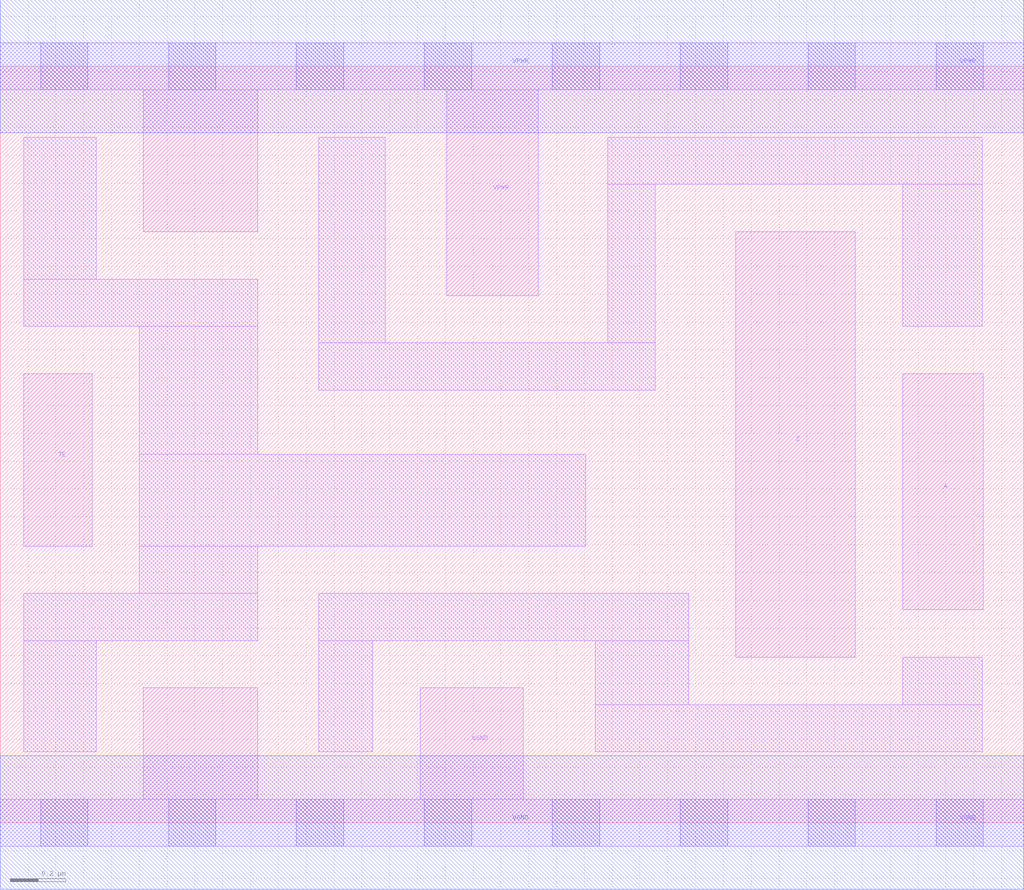
<source format=lef>
# Copyright 2020 The SkyWater PDK Authors
#
# Licensed under the Apache License, Version 2.0 (the "License");
# you may not use this file except in compliance with the License.
# You may obtain a copy of the License at
#
#     https://www.apache.org/licenses/LICENSE-2.0
#
# Unless required by applicable law or agreed to in writing, software
# distributed under the License is distributed on an "AS IS" BASIS,
# WITHOUT WARRANTIES OR CONDITIONS OF ANY KIND, either express or implied.
# See the License for the specific language governing permissions and
# limitations under the License.
#
# SPDX-License-Identifier: Apache-2.0

VERSION 5.7 ;
  NAMESCASESENSITIVE ON ;
  NOWIREEXTENSIONATPIN ON ;
  DIVIDERCHAR "/" ;
  BUSBITCHARS "[]" ;
UNITS
  DATABASE MICRONS 200 ;
END UNITS
PROPERTYDEFINITIONS
  MACRO maskLayoutSubType STRING ;
  MACRO prCellType STRING ;
  MACRO originalViewName STRING ;
END PROPERTYDEFINITIONS
MACRO sky130_fd_sc_hdll__einvp_2
  CLASS CORE ;
  FOREIGN sky130_fd_sc_hdll__einvp_2 ;
  ORIGIN  0.000000  0.000000 ;
  SIZE  3.680000 BY  2.720000 ;
  SYMMETRY X Y R90 ;
  SITE unithd ;
  PIN A
    ANTENNAGATEAREA  0.555000 ;
    DIRECTION INPUT ;
    USE SIGNAL ;
    PORT
      LAYER li1 ;
        RECT 3.245000 0.765000 3.535000 1.615000 ;
    END
  END A
  PIN TE
    ANTENNAGATEAREA  0.373200 ;
    DIRECTION INPUT ;
    USE SIGNAL ;
    PORT
      LAYER li1 ;
        RECT 0.085000 0.995000 0.330000 1.615000 ;
    END
  END TE
  PIN VGND
    ANTENNADIFFAREA  0.410000 ;
    DIRECTION INOUT ;
    USE SIGNAL ;
    PORT
      LAYER li1 ;
        RECT 0.000000 -0.085000 3.680000 0.085000 ;
        RECT 0.515000  0.085000 0.925000 0.485000 ;
        RECT 1.510000  0.085000 1.880000 0.485000 ;
      LAYER mcon ;
        RECT 0.145000 -0.085000 0.315000 0.085000 ;
        RECT 0.605000 -0.085000 0.775000 0.085000 ;
        RECT 1.065000 -0.085000 1.235000 0.085000 ;
        RECT 1.525000 -0.085000 1.695000 0.085000 ;
        RECT 1.985000 -0.085000 2.155000 0.085000 ;
        RECT 2.445000 -0.085000 2.615000 0.085000 ;
        RECT 2.905000 -0.085000 3.075000 0.085000 ;
        RECT 3.365000 -0.085000 3.535000 0.085000 ;
      LAYER met1 ;
        RECT 0.000000 -0.240000 3.680000 0.240000 ;
    END
  END VGND
  PIN VPWR
    ANTENNADIFFAREA  0.445400 ;
    DIRECTION INOUT ;
    USE SIGNAL ;
    PORT
      LAYER li1 ;
        RECT 0.000000 2.635000 3.680000 2.805000 ;
        RECT 0.515000 2.125000 0.925000 2.635000 ;
        RECT 1.605000 1.895000 1.935000 2.635000 ;
      LAYER mcon ;
        RECT 0.145000 2.635000 0.315000 2.805000 ;
        RECT 0.605000 2.635000 0.775000 2.805000 ;
        RECT 1.065000 2.635000 1.235000 2.805000 ;
        RECT 1.525000 2.635000 1.695000 2.805000 ;
        RECT 1.985000 2.635000 2.155000 2.805000 ;
        RECT 2.445000 2.635000 2.615000 2.805000 ;
        RECT 2.905000 2.635000 3.075000 2.805000 ;
        RECT 3.365000 2.635000 3.535000 2.805000 ;
      LAYER met1 ;
        RECT 0.000000 2.480000 3.680000 2.960000 ;
    END
  END VPWR
  PIN Z
    ANTENNADIFFAREA  0.530500 ;
    DIRECTION OUTPUT ;
    USE SIGNAL ;
    PORT
      LAYER li1 ;
        RECT 2.645000 0.595000 3.075000 2.125000 ;
    END
  END Z
  OBS
    LAYER li1 ;
      RECT 0.085000 0.255000 0.345000 0.655000 ;
      RECT 0.085000 0.655000 0.925000 0.825000 ;
      RECT 0.085000 1.785000 0.925000 1.955000 ;
      RECT 0.085000 1.955000 0.345000 2.465000 ;
      RECT 0.500000 0.825000 0.925000 0.995000 ;
      RECT 0.500000 0.995000 2.105000 1.325000 ;
      RECT 0.500000 1.325000 0.925000 1.785000 ;
      RECT 1.145000 0.255000 1.340000 0.655000 ;
      RECT 1.145000 0.655000 2.475000 0.825000 ;
      RECT 1.145000 1.555000 2.355000 1.725000 ;
      RECT 1.145000 1.725000 1.385000 2.465000 ;
      RECT 2.140000 0.255000 3.530000 0.425000 ;
      RECT 2.140000 0.425000 2.475000 0.655000 ;
      RECT 2.185000 1.725000 2.355000 2.295000 ;
      RECT 2.185000 2.295000 3.530000 2.465000 ;
      RECT 3.245000 0.425000 3.530000 0.595000 ;
      RECT 3.245000 1.785000 3.530000 2.295000 ;
  END
  PROPERTY maskLayoutSubType "abstract" ;
  PROPERTY prCellType "standard" ;
  PROPERTY originalViewName "layout" ;
END sky130_fd_sc_hdll__einvp_2

</source>
